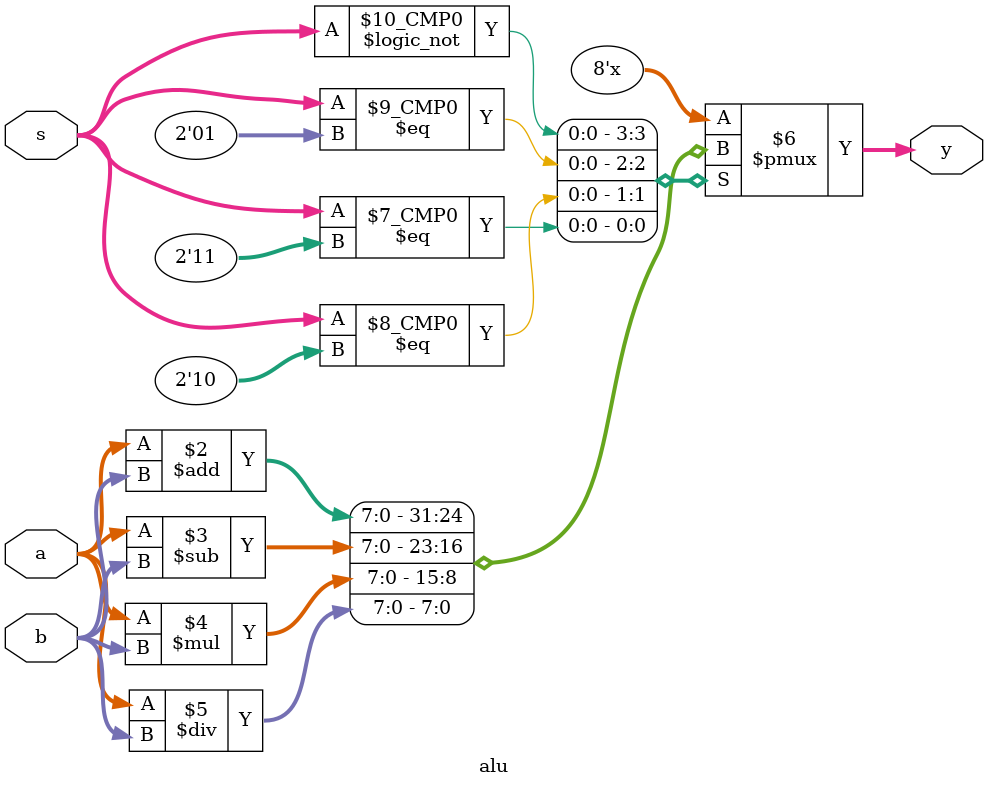
<source format=v>
module alu(y,s,a,b);
    input [3:0]a,b;
    input [1:0]s;
    output [7:0]y;
    reg [7:0]y;
    always@(*)
    begin
        case(s)
            3'b00:y<=a+b;
            3'b01:y<=a-b;
            3'b10:y<=a*b;
            3'b11:y<=a/b;
        endcase
    end
endmodule
    

</source>
